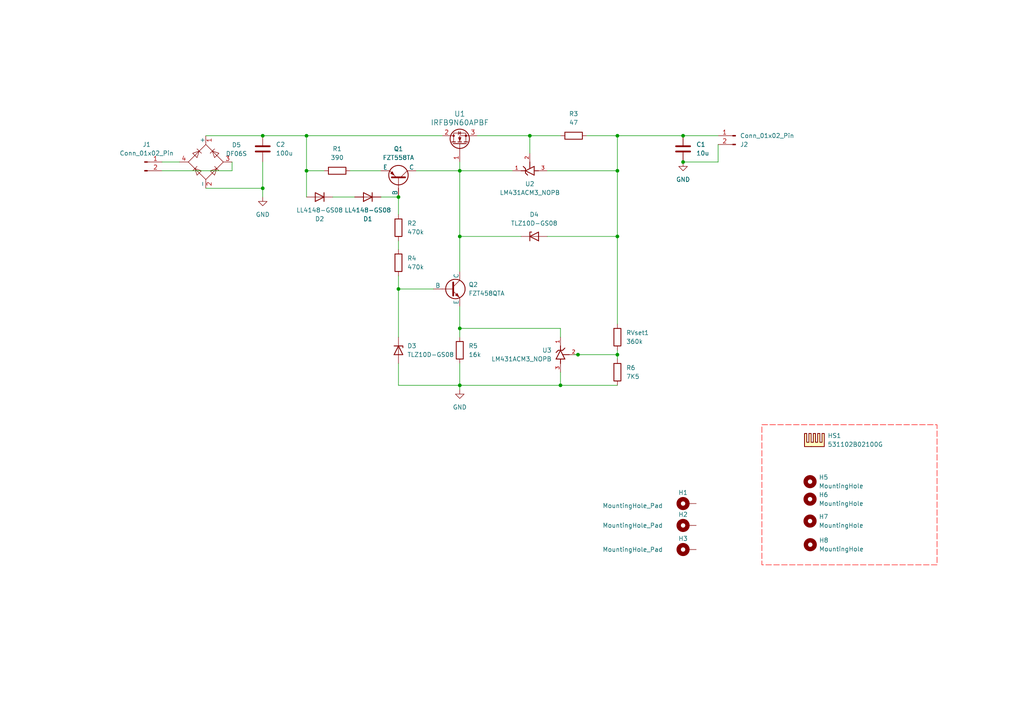
<source format=kicad_sch>
(kicad_sch (version 20250114) (generator "eeschema") (generator_version "9.0")
  (paper "A4")
  (lib_symbols
    (symbol "Connector:Conn_01x02_Pin" (pin_names (offset 1.016) (hide yes))
      (property "Reference" "J" (at 0 2.54 0))
      (property "Value" "Conn_01x02_Pin" (at 0 -5.08 0))
      (symbol "Conn_01x02_Pin_1_1"
        (rectangle (start 0.8636 0.127) (end 0 -0.127) (stroke (width 0.1524)) (fill (type outline)))
        (rectangle (start 0.8636 -2.413) (end 0 -2.667) (stroke (width 0.1524)) (fill (type outline)))
        (polyline (pts (xy 1.27 0) (xy 0.8636 0)) (stroke (width 0.1524)))
        (polyline (pts (xy 1.27 -2.54) (xy 0.8636 -2.54)) (stroke (width 0.1524)))
        (pin passive line (at 5.08 0 180) (length 3.81) (name "Pin_1") (number "1"))
        (pin passive line (at 5.08 -2.54 180) (length 3.81) (name "Pin_2") (number "2"))
      )
    )
    (symbol "Device:C" (pin_numbers (hide yes)) (pin_names (offset 0.254))
      (property "Reference" "C" (at 0.635 2.54 0))
      (property "Value" "C" (at 0.635 -2.54 0))
      (symbol "C_0_1"
        (polyline (pts (xy -2.032 0.762) (xy 2.032 0.762)) (stroke (width 0.508)))
        (polyline (pts (xy -2.032 -0.762) (xy 2.032 -0.762)) (stroke (width 0.508)))
      )
      (symbol "C_1_1"
        (pin passive line (at 0 3.81 270) (length 2.794) (name "~") (number "1"))
        (pin passive line (at 0 -3.81 90) (length 2.794) (name "~") (number "2"))
      )
    )
    (symbol "Device:R" (pin_numbers (hide yes)) (pin_names (offset 0))
      (property "Reference" "R" (at 2.032 0 90))
      (property "Value" "R" (at 0 0 90))
      (symbol "R_0_1"
        (rectangle (start -1.016 -2.54) (end 1.016 2.54) (stroke (width 0.254)))
      )
      (symbol "R_1_1"
        (pin passive line (at 0 3.81 270) (length 1.27) (name "~") (number "1"))
        (pin passive line (at 0 -3.81 90) (length 1.27) (name "~") (number "2"))
      )
    )
    (symbol "Diode:1N4148" (pin_numbers (hide yes)) (pin_names (hide yes))
      (property "Reference" "D" (at 0 2.54 0))
      (property "Value" "1N4148" (at 0 -2.54 0))
      (symbol "1N4148_0_1"
        (polyline (pts (xy -1.27 1.27) (xy -1.27 -1.27)) (stroke (width 0.254)))
        (polyline (pts (xy 1.27 1.27) (xy 1.27 -1.27) (xy -1.27 0) (xy 1.27 1.27)) (stroke (width 0.254)))
        (polyline (pts (xy 1.27 0) (xy -1.27 0)))
      )
      (symbol "1N4148_1_1"
        (pin passive line (at -3.81 0 0) (length 2.54) (name "K") (number "1"))
        (pin passive line (at 3.81 0 180) (length 2.54) (name "A") (number "2"))
      )
    )
    (symbol "Diode:LM431ACM3_NOPB" (pin_names (offset 1.016))
      (property "Reference" "U" (at -5.08 2.54 0))
      (property "Value" "LM431ACM3_NOPB" (at -5.08 -10.16 0))
      (symbol "LM431ACM3_NOPB_0_0"
        (polyline (pts (xy -2.54 0) (xy -1.27 0)) (stroke (width 0.254)))
        (polyline (pts (xy -1.27 1.27) (xy -1.27 -1.27)) (stroke (width 0.254)))
        (polyline (pts (xy -1.27 -1.27) (xy 0 -0.635)) (stroke (width 0.254)))
        (polyline (pts (xy 0 -0.635) (xy 0 -2.54)) (stroke (width 0.254)))
        (polyline (pts (xy 0 -0.635) (xy 1.27 0)) (stroke (width 0.254)))
        (polyline (pts (xy 0.635 1.27) (xy 1.27 0.635)) (stroke (width 0.254)))
        (polyline (pts (xy 1.27 0.635) (xy 1.27 -0.635)) (stroke (width 0.254)))
        (polyline (pts (xy 1.27 0) (xy -1.27 1.27)) (stroke (width 0.254)))
        (polyline (pts (xy 1.27 0) (xy 2.54 0)) (stroke (width 0.254)))
        (polyline (pts (xy 1.27 -0.635) (xy 1.905 -1.27)) (stroke (width 0.254)))
        (pin output line (at -5.08 0 0) (length 2.54) (name "~") (number "3"))
        (pin input line (at 0 -5.08 90) (length 2.54) (name "~") (number "2"))
        (pin bidirectional line (at 5.08 0 180) (length 2.54) (name "~") (number "1"))
      )
    )
    (symbol "Diode:ZPYxx" (pin_numbers (hide yes)) (pin_names (hide yes))
      (property "Reference" "D" (at 0 2.54 0))
      (property "Value" "ZPYxx" (at 0 -2.54 0))
      (symbol "ZPYxx_0_1"
        (polyline (pts (xy -1.27 -1.27) (xy -1.27 1.27) (xy -0.762 1.27)) (stroke (width 0.254)))
        (polyline (pts (xy 1.27 0) (xy -1.27 0)))
        (polyline (pts (xy 1.27 -1.27) (xy 1.27 1.27) (xy -1.27 0) (xy 1.27 -1.27)) (stroke (width 0.254)))
      )
      (symbol "ZPYxx_1_1"
        (pin passive line (at -3.81 0 0) (length 2.54) (name "K") (number "1"))
        (pin passive line (at 3.81 0 180) (length 2.54) (name "A") (number "2"))
      )
    )
    (symbol "Diode_Bridge:DF06S" (pin_names (offset 0))
      (property "Reference" "D" (at 2.54 6.985 0))
      (property "Value" "DF06S" (at 2.54 5.08 0))
      (symbol "DF06S_0_1"
        (polyline (pts (xy -5.08 0) (xy 0 -5.08) (xy 5.08 0) (xy 0 5.08) (xy -5.08 0)))
        (polyline (pts (xy -3.81 2.54) (xy -2.54 1.27) (xy -1.905 3.175) (xy -3.81 2.54)))
        (polyline (pts (xy -2.54 3.81) (xy -1.27 2.54)))
        (polyline (pts (xy -2.54 -1.27) (xy -3.81 -2.54) (xy -1.905 -3.175) (xy -2.54 -1.27)))
        (polyline (pts (xy -1.27 -2.54) (xy -2.54 -3.81)))
        (polyline (pts (xy 1.27 2.54) (xy 2.54 3.81) (xy 3.175 1.905) (xy 1.27 2.54)))
        (polyline (pts (xy 2.54 1.27) (xy 3.81 2.54)))
        (polyline (pts (xy 2.54 -1.27) (xy 3.81 -2.54)))
        (polyline (pts (xy 3.175 -1.905) (xy 1.27 -2.54) (xy 2.54 -3.81) (xy 3.175 -1.905)))
      )
      (symbol "DF06S_1_1"
        (pin passive line (at -7.62 0 0) (length 2.54) (name "-") (number "2"))
        (pin passive line (at 0 7.62 270) (length 2.54) (name "~") (number "4"))
        (pin passive line (at 0 -7.62 90) (length 2.54) (name "~") (number "3"))
        (pin passive line (at 7.62 0 180) (length 2.54) (name "+") (number "1"))
      )
    )
    (symbol "Mechanical:Heatsink" (pin_names (offset 1.016))
      (property "Reference" "HS" (at 0 5.08 0))
      (property "Value" "Heatsink" (at 0 -1.27 0))
      (symbol "Heatsink_0_1"
        (polyline (pts (xy -0.3302 1.27) (xy -0.9652 1.27) (xy -0.9652 3.81) (xy -1.6002 3.81) (xy -1.6002 1.27) (xy -2.2352 1.27) (xy -2.2352 3.81) (xy -2.8702 3.81) (xy -2.8702 0) (xy -0.9652 0)) (stroke (width 0.254)) (fill (type background)))
        (polyline (pts (xy -0.3302 1.27) (xy -0.3302 3.81) (xy 0.3048 3.81) (xy 0.3048 1.27) (xy 0.9398 1.27) (xy 0.9398 3.81) (xy 1.5748 3.81) (xy 1.5748 1.27) (xy 2.2098 1.27) (xy 2.2098 3.81) (xy 2.8448 3.81) (xy 2.8448 0) (xy -0.9652 0)) (stroke (width 0.254)) (fill (type background)))
      )
    )
    (symbol "Mechanical:MountingHole" (pin_names (offset 1.016)) (in_bom no)
      (property "Reference" "H" (at 0 5.08 0))
      (property "Value" "MountingHole" (at 0 3.175 0))
      (symbol "MountingHole_0_1"
        (circle (center 0 0) (radius 1.27) (stroke (width 1.27)))
      )
    )
    (symbol "Mechanical:MountingHole_Pad" (pin_numbers (hide yes)) (pin_names (offset 1.016) (hide yes))
      (property "Reference" "H" (at 0 6.35 0))
      (property "Value" "MountingHole_Pad" (at 0 4.445 0))
      (symbol "MountingHole_Pad_0_1"
        (circle (center 0 1.27) (radius 1.27) (stroke (width 1.27)))
      )
      (symbol "MountingHole_Pad_1_1"
        (pin input line (at 0 -2.54 90) (length 2.54) (name "1") (number "1"))
      )
    )
    (symbol "Simulation_SPICE:NPN" (pin_numbers (hide yes)) (pin_names (offset 0))
      (property "Reference" "Q2" (at 5.08 1.2701 0))
      (property "Value" "FZT458QTA" (at 5.08 -1.2699 0))
      (symbol "NPN_0_1"
        (polyline (pts (xy -2.54 0) (xy 0.635 0)) (stroke (width 0.1524)))
        (polyline (pts (xy 0.635 1.905) (xy 0.635 -1.905) (xy 0.635 -1.905)) (stroke (width 0.508)))
        (polyline (pts (xy 0.635 0.635) (xy 2.54 2.54)))
        (polyline (pts (xy 0.635 -0.635) (xy 2.54 -2.54) (xy 2.54 -2.54)))
        (circle (center 1.27 0) (radius 2.8194) (stroke (width 0.254)))
        (polyline (pts (xy 1.27 -1.778) (xy 1.778 -1.27) (xy 2.286 -2.286) (xy 1.27 -1.778) (xy 1.27 -1.778)) (fill (type outline)))
        (polyline (pts (xy 2.794 -1.27) (xy 2.794 -1.27)) (stroke (width 0.1524)))
        (polyline (pts (xy 2.794 -1.27) (xy 2.794 -1.27)) (stroke (width 0.1524)))
      )
      (symbol "NPN_1_1"
        (pin input line (at -5.08 0 0) (length 2.54) (name "B") (number "1"))
        (pin open_collector line (at 2.54 5.08 270) (length 2.54) (name "C") (number "2"))
        (pin open_emitter line (at 2.54 -5.08 90) (length 2.54) (name "E") (number "3"))
      )
    )
    (symbol "Simulation_SPICE:PNP" (pin_numbers (hide yes)) (pin_names (offset 0))
      (property "Reference" "Q1" (at 8.89 0 90))
      (property "Value" "FZT558TA" (at 6.35 0 90))
      (symbol "PNP_0_1"
        (polyline (pts (xy -2.54 0) (xy 0.635 0)) (stroke (width 0.1524)))
        (polyline (pts (xy 0.635 1.905) (xy 0.635 -1.905) (xy 0.635 -1.905)) (stroke (width 0.508)))
        (polyline (pts (xy 0.635 0.635) (xy 2.54 2.54)))
        (polyline (pts (xy 0.635 -0.635) (xy 2.54 -2.54) (xy 2.54 -2.54)))
        (circle (center 1.27 0) (radius 2.8194) (stroke (width 0.254)))
        (polyline (pts (xy 2.286 -1.778) (xy 1.778 -2.286) (xy 1.27 -1.27) (xy 2.286 -1.778) (xy 2.286 -1.778)) (fill (type outline)))
      )
      (symbol "PNP_1_1"
        (pin input line (at -5.08 0 0) (length 2.54) (name "B") (number "1"))
        (pin open_collector line (at 2.54 5.08 270) (length 2.54) (name "C") (number "2"))
        (pin open_emitter line (at 2.54 -5.08 90) (length 2.54) (name "E") (number "3"))
      )
    )
    (symbol "Transistor_FET:IRF540N" (pin_names (hide yes))
      (property "Reference" "Q" (at 5.08 1.905 0))
      (property "Value" "IRF540N" (at 5.08 0 0))
      (symbol "IRF540N_0_1"
        (polyline (pts (xy 0.254 1.905) (xy 0.254 -1.905)) (stroke (width 0.254)))
        (polyline (pts (xy 0.254 0) (xy -2.54 0)))
        (polyline (pts (xy 0.762 2.286) (xy 0.762 1.27)) (stroke (width 0.254)))
        (polyline (pts (xy 0.762 0.508) (xy 0.762 -0.508)) (stroke (width 0.254)))
        (polyline (pts (xy 0.762 -1.27) (xy 0.762 -2.286)) (stroke (width 0.254)))
        (polyline (pts (xy 0.762 -1.778) (xy 3.302 -1.778) (xy 3.302 1.778) (xy 0.762 1.778)))
        (polyline (pts (xy 1.016 0) (xy 2.032 0.381) (xy 2.032 -0.381) (xy 1.016 0)) (fill (type outline)))
        (circle (center 1.651 0) (radius 2.794) (stroke (width 0.254)))
        (polyline (pts (xy 2.54 2.54) (xy 2.54 1.778)))
        (circle (center 2.54 1.778) (radius 0.254) (fill (type outline)))
        (circle (center 2.54 -1.778) (radius 0.254) (fill (type outline)))
        (polyline (pts (xy 2.54 -2.54) (xy 2.54 0) (xy 0.762 0)))
        (polyline (pts (xy 2.794 0.508) (xy 2.921 0.381) (xy 3.683 0.381) (xy 3.81 0.254)))
        (polyline (pts (xy 3.302 0.381) (xy 2.921 -0.254) (xy 3.683 -0.254) (xy 3.302 0.381)))
      )
      (symbol "IRF540N_1_1"
        (pin input line (at -5.08 0 0) (length 2.54) (name "G") (number "1"))
        (pin passive line (at 2.54 5.08 270) (length 2.54) (name "D") (number "2"))
        (pin passive line (at 2.54 -5.08 90) (length 2.54) (name "S") (number "3"))
      )
    )
    (symbol "power:GND" (power) (pin_numbers (hide yes)) (pin_names (offset 0) (hide yes))
      (property "Value" "GND" (at 0 -3.81 0))
      (symbol "GND_0_1"
        (polyline (pts (xy 0 0) (xy 0 -1.27) (xy 1.27 -1.27) (xy 0 -2.54) (xy -1.27 -1.27) (xy 0 -1.27)))
      )
      (symbol "GND_1_1"
        (pin power_in line (at 0 0 270) (length 0) (name "~") (number "1"))
      )
    )
  )
  (junction (at 167.64 102.87))
  (junction (at 133.35 49.53))
  (junction (at 198.12 39.37))
  (junction (at 153.67 39.37))
  (junction (at 179.07 102.87))
  (junction (at 115.57 83.82))
  (junction (at 133.35 111.76))
  (junction (at 198.12 46.99))
  (junction (at 133.35 68.58))
  (junction (at 76.2 39.37))
  (junction (at 76.2 54.61))
  (junction (at 179.07 68.58))
  (junction (at 115.57 57.15))
  (junction (at 88.9 39.37))
  (junction (at 179.07 49.53))
  (junction (at 179.07 39.37))
  (junction (at 88.9 49.53))
  (junction (at 133.35 95.25))
  (junction (at 162.56 111.76))
  (wire (pts (xy 198.12 39.37) (xy 208.28 39.37)))
  (wire (pts (xy 179.07 101.6) (xy 179.07 102.87)))
  (wire (pts (xy 133.35 95.25) (xy 162.56 95.25)))
  (wire (pts (xy 133.35 68.58) (xy 133.35 78.74)))
  (wire (pts (xy 179.07 39.37) (xy 179.07 49.53)))
  (wire (pts (xy 76.2 54.61) (xy 76.2 46.99)))
  (wire (pts (xy 162.56 111.76) (xy 179.07 111.76)))
  (wire (pts (xy 162.56 107.95) (xy 162.56 111.76)))
  (wire (pts (xy 101.6 49.53) (xy 110.49 49.53)))
  (wire (pts (xy 120.65 49.53) (xy 133.35 49.53)))
  (wire (pts (xy 208.28 41.91) (xy 208.28 46.99)))
  (wire (pts (xy 170.18 39.37) (xy 179.07 39.37)))
  (wire (pts (xy 76.2 57.15) (xy 76.2 54.61)))
  (wire (pts (xy 158.75 49.53) (xy 179.07 49.53)))
  (wire (pts (xy 179.07 68.58) (xy 158.75 68.58)))
  (wire (pts (xy 179.07 49.53) (xy 179.07 68.58)))
  (wire (pts (xy 76.2 39.37) (xy 88.9 39.37)))
  (wire (pts (xy 133.35 49.53) (xy 133.35 46.99)))
  (wire (pts (xy 115.57 83.82) (xy 115.57 97.79)))
  (wire (pts (xy 133.35 49.53) (xy 148.59 49.53)))
  (wire (pts (xy 133.35 68.58) (xy 151.13 68.58)))
  (wire (pts (xy 46.99 46.99) (xy 52.07 46.99)))
  (wire (pts (xy 133.35 111.76) (xy 133.35 113.03)))
  (wire (pts (xy 115.57 111.76) (xy 133.35 111.76)))
  (wire (pts (xy 153.67 39.37) (xy 153.67 44.45)))
  (wire (pts (xy 133.35 111.76) (xy 162.56 111.76)))
  (wire (pts (xy 133.35 105.41) (xy 133.35 111.76)))
  (wire (pts (xy 88.9 49.53) (xy 88.9 57.15)))
  (wire (pts (xy 208.28 46.99) (xy 198.12 46.99)))
  (wire (pts (xy 179.07 39.37) (xy 198.12 39.37)))
  (wire (pts (xy 110.49 57.15) (xy 115.57 57.15)))
  (wire (pts (xy 102.87 57.15) (xy 96.52 57.15)))
  (wire (pts (xy 93.98 49.53) (xy 88.9 49.53)))
  (wire (pts (xy 179.07 68.58) (xy 179.07 93.98)))
  (wire (pts (xy 128.27 39.37) (xy 88.9 39.37)))
  (wire (pts (xy 67.31 46.99) (xy 67.31 49.53)))
  (wire (pts (xy 133.35 49.53) (xy 133.35 68.58)))
  (wire (pts (xy 115.57 80.01) (xy 115.57 83.82)))
  (wire (pts (xy 179.07 102.87) (xy 179.07 104.14)))
  (wire (pts (xy 133.35 95.25) (xy 133.35 97.79)))
  (wire (pts (xy 67.31 49.53) (xy 46.99 49.53)))
  (wire (pts (xy 133.35 88.9) (xy 133.35 95.25)))
  (wire (pts (xy 162.56 95.25) (xy 162.56 97.79)))
  (wire (pts (xy 115.57 83.82) (xy 125.73 83.82)))
  (wire (pts (xy 138.43 39.37) (xy 153.67 39.37)))
  (wire (pts (xy 167.64 102.87) (xy 179.07 102.87)))
  (wire (pts (xy 59.69 39.37) (xy 76.2 39.37)))
  (wire (pts (xy 115.57 57.15) (xy 115.57 62.23)))
  (wire (pts (xy 115.57 105.41) (xy 115.57 111.76)))
  (wire (pts (xy 88.9 39.37) (xy 88.9 49.53)))
  (wire (pts (xy 166.37 102.87) (xy 167.64 102.87)))
  (wire (pts (xy 115.57 69.85) (xy 115.57 72.39)))
  (wire (pts (xy 153.67 39.37) (xy 162.56 39.37)))
  (wire (pts (xy 59.69 54.61) (xy 76.2 54.61)))
  (rule_area (polyline (pts (xy 220.98 123.19) (xy 271.78 123.19) (xy 271.78 163.83) (xy 220.98 163.83)) (stroke (width 0) (type dash))))
  (symbol (lib_id "Device:R") (at 115.57 76.2 180) (unit 1)
    (property "Reference" "R4" (at 118.11 74.9299 0) (effects (justify right)))
    (property "Value" "470k" (at 118.11 77.4699 0) (effects (justify right)))
    (property "Footprint" "Capacitor_SMD:C_0805_2012Metric_Pad1.18x1.45mm_HandSolder" (effects (hide yes)))
    (property "Description" "Resistor" (effects (hide yes)))
  )
  (symbol (lib_id "Diode:LM431ACM3_NOPB") (at 153.67 49.53 180) (unit 1)
    (property "Reference" "U2" (at 153.67 53.34 0))
    (property "Value" "LM431ACM3_NOPB" (at 153.67 55.88 0))
    (property "Footprint" "Package_TO_SOT_SMD:SOT-23-3" (effects (hide yes)))
    (property "PARTREV" "H" (effects (hide yes)))
    (property "MANUFACTURER" "Texas Instruments" (effects (hide yes)))
    (property "MAXIMUM_PACKAGE_HEIGHT" "1.12 mm" (effects (hide yes)))
    (property "STANDARD" "IPC 7351B" (effects (hide yes)))
  )
  (symbol (lib_id "Mechanical:MountingHole_Pad") (at 199.39 159.385 90) (unit 1)
    (property "Reference" "H3" (at 198.12 156.21 90))
    (property "Value" "MountingHole_Pad" (at 183.515 159.385 90))
    (property "Footprint" "MountingHole:MountingHole_3.2mm_M3_DIN965_Pad" (effects (hide yes)))
  )
  (symbol (lib_id "Diode_Bridge:DF06S") (at 59.69 46.99 90) (unit 1)
    (property "Reference" "D5" (at 68.58 42.0368 90))
    (property "Value" "DF06S" (at 68.58 44.5768 90))
    (property "Footprint" "Diode_SMD:Diode_Bridge_OnSemi_SDIP-4L" (effects (hide yes)))
    (property "Datasheet" "https://www.onsemi.com/download/data-sheet/pdf/df10s-d.pdf" (effects (hide yes)))
    (property "Description" "Bridge Rectifier, 420V Vrms, 1.5A If, SMDIP-4" (effects (hide yes)))
  )
  (symbol (lib_id "Diode:ZPYxx") (at 115.57 101.6 270) (unit 1)
    (property "Reference" "D3" (at 118.11 100.3299 90) (effects (justify left)))
    (property "Value" "TLZ10D-GS08" (at 118.11 102.8699 90) (effects (justify left)))
    (property "Footprint" "Diode_SMD:D_MiniMELF" (effects (hide yes)))
    (property "Datasheet" "http://www.vishay.com/docs/85790/zpy3v9.pdf" (effects (hide yes)))
    (property "Description" "1300mW Zener Diode, DO-41" (effects (hide yes)))
  )
  (symbol (lib_id "Mechanical:MountingHole") (at 234.95 139.7 0) (unit 1) (in_bom no)
    (property "Reference" "H5" (at 237.49 138.4299 0) (effects (justify left)))
    (property "Value" "MountingHole" (at 237.49 140.9699 0) (effects (justify left)))
    (property "Footprint" "MountingHole:MountingHole_3mm" (effects (hide yes)))
    (property "Description" "Mounting Hole without connection" (effects (hide yes)))
  )
  (symbol (lib_id "power:GND") (at 133.35 113.03 0) (unit 1)
    (property "Reference" "#PWR01" (effects (hide yes)))
    (property "Value" "GND" (at 133.35 118.11 0))
    (property "Description" "Power symbol creates a global label with name \"GND\" , ground" (effects (hide yes)))
  )
  (symbol (lib_id "Diode:LM431ACM3_NOPB") (at 162.56 102.87 90) (unit 1)
    (property "Reference" "U3" (at 160.02 101.5999 90) (effects (justify left)))
    (property "Value" "LM431ACM3_NOPB" (at 160.02 104.1399 90) (effects (justify left)))
    (property "Footprint" "Package_TO_SOT_SMD:SOT-23-3" (effects (hide yes)))
    (property "PARTREV" "H" (effects (hide yes)))
    (property "MANUFACTURER" "Texas Instruments" (effects (hide yes)))
    (property "MAXIMUM_PACKAGE_HEIGHT" "1.12 mm" (effects (hide yes)))
    (property "STANDARD" "IPC 7351B" (effects (hide yes)))
  )
  (symbol (lib_id "Diode:1N4148") (at 92.71 57.15 180) (unit 1)
    (property "Reference" "D2" (at 92.71 63.5 0))
    (property "Value" "LL4148-GS08" (at 92.71 60.96 0))
    (property "Footprint" "Diode_SMD:D_MiniMELF" (effects (hide yes)))
    (property "Datasheet" "https://assets.nexperia.com/documents/data-sheet/1N4148_1N4448.pdf" (effects (hide yes)))
    (property "Description" "100V 0.15A standard switching diode, DO-35" (effects (hide yes)))
    (property "Sim.Device" "D" (effects (hide yes)))
    (property "Sim.Pins" "1=K 2=A" (effects (hide yes)))
  )
  (symbol (lib_id "Device:R") (at 115.57 66.04 180) (unit 1)
    (property "Reference" "R2" (at 118.11 64.7699 0) (effects (justify right)))
    (property "Value" "470k" (at 118.11 67.3099 0) (effects (justify right)))
    (property "Footprint" "Capacitor_SMD:C_0805_2012Metric_Pad1.18x1.45mm_HandSolder" (effects (hide yes)))
    (property "Description" "Resistor" (effects (hide yes)))
  )
  (symbol (lib_id "Device:R") (at 133.35 101.6 0) (unit 1)
    (property "Reference" "R5" (at 135.89 100.3299 0) (effects (justify left)))
    (property "Value" "16k" (at 135.89 102.8699 0) (effects (justify left)))
    (property "Footprint" "Capacitor_SMD:C_0805_2012Metric_Pad1.18x1.45mm_HandSolder" (effects (hide yes)))
    (property "Description" "Resistor" (effects (hide yes)))
  )
  (symbol (lib_id "Connector:Conn_01x02_Pin") (at 41.91 46.99 0) (unit 1)
    (property "Reference" "J1" (at 42.545 41.91 0))
    (property "Value" "Conn_01x02_Pin" (at 42.545 44.45 0))
    (property "Footprint" "Connector_Molex:Molex_KK-396_A-41791-0002_1x02_P3.96mm_Vertical" (effects (hide yes)))
    (property "Description" "Generic connector, single row, 01x02, script generated" (effects (hide yes)))
  )
  (symbol (lib_id "power:GND") (at 198.12 46.99 0) (unit 1)
    (property "Reference" "#PWR02" (effects (hide yes)))
    (property "Value" "GND" (at 198.12 52.07 0))
    (property "Description" "Power symbol creates a global label with name \"GND\" , ground" (effects (hide yes)))
  )
  (symbol (lib_id "Mechanical:MountingHole_Pad") (at 199.39 146.05 90) (unit 1)
    (property "Reference" "H1" (at 198.12 142.875 90))
    (property "Value" "MountingHole_Pad" (at 183.515 146.685 90))
    (property "Footprint" "MountingHole:MountingHole_3.2mm_M3_DIN965_Pad" (effects (hide yes)))
  )
  (symbol (lib_id "Device:C") (at 76.2 43.18 0) (unit 1)
    (property "Reference" "C2" (at 80.01 41.9099 0) (effects (justify left)))
    (property "Value" "100u" (at 80.01 44.4499 0) (effects (justify left)))
    (property "Footprint" "Capacitor_THT:CP_Radial_D30.0mm_P10.00mm_SnapIn" (effects (hide yes)))
    (property "Description" "Unpolarized capacitor" (effects (hide yes)))
  )
  (symbol (lib_id "Device:R") (at 179.07 107.95 0) (unit 1)
    (property "Reference" "R6" (at 181.61 106.6799 0) (effects (justify left)))
    (property "Value" "7K5" (at 181.61 109.2199 0) (effects (justify left)))
    (property "Footprint" "Capacitor_SMD:C_0805_2012Metric_Pad1.18x1.45mm_HandSolder" (effects (hide yes)))
    (property "Description" "Resistor" (effects (hide yes)))
  )
  (symbol (lib_id "power:GND") (at 76.2 57.15 0) (unit 1)
    (property "Reference" "#PWR03" (effects (hide yes)))
    (property "Value" "GND" (at 76.2 62.23 0))
    (property "Description" "Power symbol creates a global label with name \"GND\" , ground" (effects (hide yes)))
  )
  (symbol (lib_id "Diode:1N4148") (at 106.68 57.15 180) (unit 1)
    (property "Reference" "D1" (at 106.68 63.5 0))
    (property "Value" "LL4148-GS08" (at 106.68 60.96 0))
    (property "Footprint" "Diode_SMD:D_MiniMELF" (effects (hide yes)))
    (property "Datasheet" "https://assets.nexperia.com/documents/data-sheet/1N4148_1N4448.pdf" (effects (hide yes)))
    (property "Description" "100V 0.15A standard switching diode, DO-35" (effects (hide yes)))
    (property "Sim.Device" "D" (effects (hide yes)))
    (property "Sim.Pins" "1=K 2=A" (effects (hide yes)))
  )
  (symbol (lib_id "Simulation_SPICE:NPN") (at 130.81 83.82 0) (unit 1)
    (property "Reference" "Q2" (at 135.89 82.5499 0) (effects (justify left)))
    (property "Value" "FZT458QTA" (at 135.89 85.0899 0) (effects (justify left)))
    (property "Footprint" "Package_TO_SOT_SMD:SOT-223-3_TabPin2" (effects (hide yes)))
    (property "Datasheet" "https://ngspice.sourceforge.io/docs/ngspice-html-manual/manual.xhtml#cha_BJTs" (effects (hide yes)))
    (property "Description" "Bipolar transistor symbol for simulation only, substrate tied to the emitter" (effects (hide yes)))
    (property "Sim.Device" "NPN" (effects (hide yes)))
    (property "Sim.Type" "GUMMELPOON" (effects (hide yes)))
    (property "Sim.Pins" "1=C 2=B 3=E" (effects (hide yes)))
  )
  (symbol (lib_id "Mechanical:MountingHole") (at 234.95 144.78 0) (unit 1) (in_bom no)
    (property "Reference" "H6" (at 237.49 143.5099 0) (effects (justify left)))
    (property "Value" "MountingHole" (at 237.49 146.0499 0) (effects (justify left)))
    (property "Footprint" "MountingHole:MountingHole_3mm" (effects (hide yes)))
    (property "Description" "Mounting Hole without connection" (effects (hide yes)))
  )
  (symbol (lib_id "Device:R") (at 166.37 39.37 270) (unit 1)
    (property "Reference" "R3" (at 166.37 33.02 90))
    (property "Value" "47" (at 166.37 35.56 90))
    (property "Footprint" "Capacitor_SMD:C_0805_2012Metric_Pad1.18x1.45mm_HandSolder" (effects (hide yes)))
    (property "Description" "Resistor" (effects (hide yes)))
  )
  (symbol (lib_id "Mechanical:Heatsink") (at 236.22 129.54 0) (unit 1)
    (property "Reference" "HS1" (at 240.03 126.3649 0) (effects (justify left)))
    (property "Value" "531102B02100G" (at 240.03 128.9049 0) (effects (justify left)))
    (property "Footprint" "Heatsink:Heatsink_AAVID_Extruded_531102B02100G_34.9x12.7mm_H38.1mm" (effects (hide yes)))
    (property "Description" "Heatsink" (effects (hide yes)))
  )
  (symbol (lib_id "Device:R") (at 179.07 97.79 0) (unit 1)
    (property "Reference" "RVset1" (at 181.61 96.5199 0) (effects (justify left)))
    (property "Value" "360k" (at 181.61 99.0599 0) (effects (justify left)))
    (property "Footprint" "Capacitor_SMD:C_0805_2012Metric_Pad1.18x1.45mm_HandSolder" (effects (hide yes)))
    (property "Description" "Resistor" (effects (hide yes)))
  )
  (symbol (lib_id "Mechanical:MountingHole") (at 234.95 151.13 0) (unit 1) (in_bom no)
    (property "Reference" "H7" (at 237.49 149.8599 0) (effects (justify left)))
    (property "Value" "MountingHole" (at 237.49 152.3999 0) (effects (justify left)))
    (property "Footprint" "MountingHole:MountingHole_3mm" (effects (hide yes)))
    (property "Description" "Mounting Hole without connection" (effects (hide yes)))
  )
  (symbol (lib_id "Connector:Conn_01x02_Pin") (at 213.36 39.37 0) (mirror y) (unit 1)
    (property "Reference" "J2" (at 214.63 41.9101 0) (effects (justify right)))
    (property "Value" "Conn_01x02_Pin" (at 214.63 39.3701 0) (effects (justify right)))
    (property "Footprint" "Connector_Molex:Molex_KK-396_A-41791-0002_1x02_P3.96mm_Vertical" (effects (hide yes)))
    (property "Description" "Generic connector, single row, 01x02, script generated" (effects (hide yes)))
  )
  (symbol (lib_id "Mechanical:MountingHole_Pad") (at 199.39 152.4 90) (unit 1)
    (property "Reference" "H2" (at 198.12 149.225 90))
    (property "Value" "MountingHole_Pad" (at 183.515 152.4 90))
    (property "Footprint" "MountingHole:MountingHole_3.2mm_M3_DIN965_Pad" (effects (hide yes)))
  )
  (symbol (lib_id "Mechanical:MountingHole") (at 235.0149 157.9833 0) (unit 1) (in_bom no)
    (property "Reference" "H8" (at 237.5549 156.7132 0) (effects (justify left)))
    (property "Value" "MountingHole" (at 237.5549 159.2532 0) (effects (justify left)))
    (property "Footprint" "MountingHole:MountingHole_3mm" (effects (hide yes)))
    (property "Description" "Mounting Hole without connection" (effects (hide yes)))
  )
  (symbol (lib_id "Device:C") (at 198.12 43.18 0) (unit 1)
    (property "Reference" "C1" (at 201.93 41.9099 0) (effects (justify left)))
    (property "Value" "10u" (at 201.93 44.4499 0) (effects (justify left)))
    (property "Footprint" "Capacitor_THT:CP_Radial_D12.5mm_P5.00mm" (effects (hide yes)))
    (property "Description" "Unpolarized capacitor" (effects (hide yes)))
  )
  (symbol (lib_id "Diode:ZPYxx") (at 154.94 68.58 0) (unit 1)
    (property "Reference" "D4" (at 154.94 62.23 0))
    (property "Value" "TLZ10D-GS08" (at 154.94 64.77 0))
    (property "Footprint" "Diode_SMD:D_MiniMELF" (effects (hide yes)))
    (property "Datasheet" "http://www.vishay.com/docs/85790/zpy3v9.pdf" (effects (hide yes)))
    (property "Description" "1300mW Zener Diode, DO-41" (effects (hide yes)))
  )
  (symbol (lib_id "Device:R") (at 97.79 49.53 90) (unit 1)
    (property "Reference" "R1" (at 97.79 43.18 90))
    (property "Value" "390" (at 97.79 45.72 90))
    (property "Footprint" "Capacitor_SMD:C_0805_2012Metric_Pad1.18x1.45mm_HandSolder" (effects (hide yes)))
    (property "Description" "Resistor" (effects (hide yes)))
  )
  (symbol (lib_id "Transistor_FET:IRF540N") (at 133.35 41.91 90) (unit 1)
    (property "Reference" "U1" (at 133.35 33.02 90) (effects (font (size 1.524 1.524))))
    (property "Value" "IRFB9N60APBF" (at 133.35 35.56 90) (effects (font (size 1.524 1.524))))
    (property "Footprint" "Package_TO_SOT_THT:TO-220-3_Vertical" (effects (hide yes)))
    (property "Datasheet" "http://www.irf.com/product-info/datasheets/data/irf540n.pdf" (effects (hide yes)))
    (property "Description" "33A Id, 100V Vds, HEXFET N-Channel MOSFET, TO-220" (effects (hide yes)))
  )
  (symbol (lib_id "Simulation_SPICE:PNP") (at 115.57 52.07 270) (mirror x) (unit 1)
    (property "Reference" "Q1" (at 115.57 43.18 90))
    (property "Value" "FZT558TA" (at 115.57 45.72 90))
    (property "Footprint" "Package_TO_SOT_SMD:SOT-223-3_TabPin2" (effects (hide yes)))
    (property "Datasheet" "https://ngspice.sourceforge.io/docs/ngspice-html-manual/manual.xhtml#cha_BJTs" (effects (hide yes)))
    (property "Description" "Bipolar transistor symbol for simulation only, substrate tied to the emitter" (effects (hide yes)))
    (property "Sim.Device" "PNP" (effects (hide yes)))
    (property "Sim.Type" "GUMMELPOON" (effects (hide yes)))
    (property "Sim.Pins" "1=C 2=B 3=E" (effects (hide yes)))
  )
)
</source>
